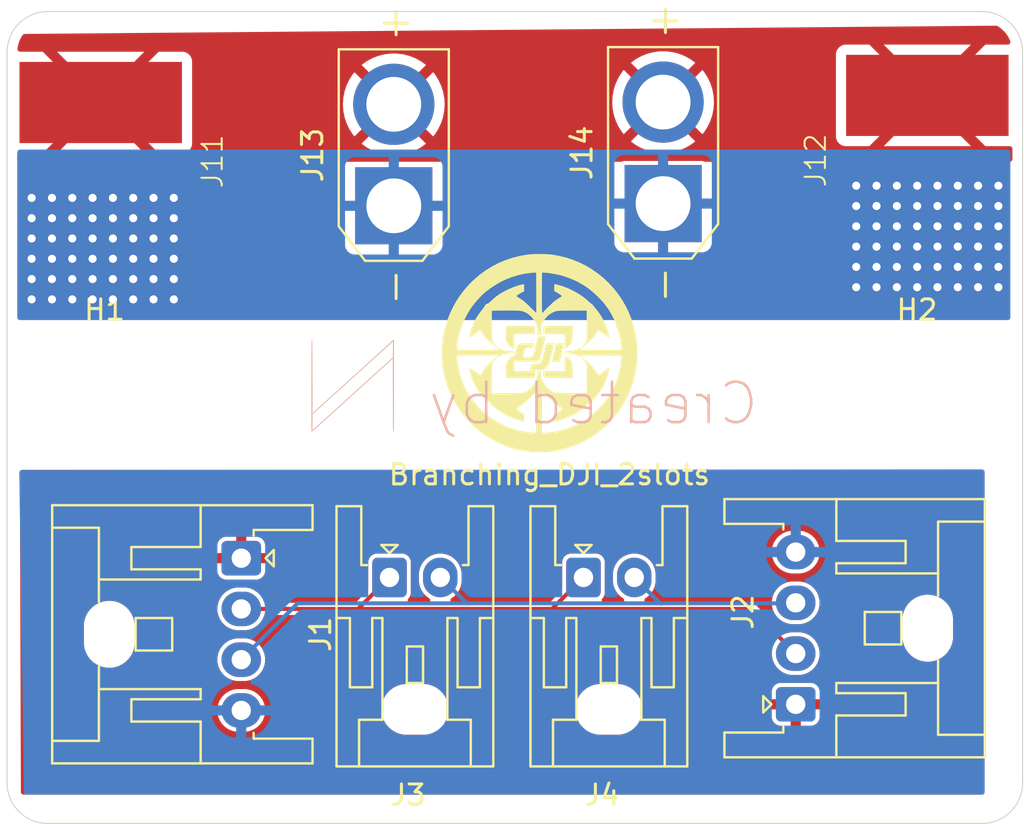
<source format=kicad_pcb>
(kicad_pcb (version 20240108) (generator "pcbnew") (generator_version "8.0")
  (layers (0 "F.Cu" signal) (31 "B.Cu" signal) (34 "B.Paste" user) (35 "F.Paste" user) (36 "B.SilkS" user "B.Silkscreen") (37 "F.SilkS" user "F.Silkscreen") (38 "B.Mask" user) (39 "F.Mask" user) (44 "Edge.Cuts" user))
  (net 0 "")
  (net 1 "/CANL")
  (net 2 "/CANH")
  (net 3 "/+")
  (net 4 "/-")
  (net 5 "+5V")
  (net 6 "GND")
  (footprint "RobotClub_footprint:xt60" (layer "F.Cu") (at 80.41 58.58 90)
    (property "Reference" "J11" (at 0.1 5.5 90) (layer "F.SilkS") (effects (font (thickness 0.1))))
    (property "Value" "Conn_01x02_Socket")
    (pad "1 GNDA" smd rect (at -4 0 90) (size 6 8) (layers "F.Cu" "F.Paste" "F.Mask") (net 4 "/-"))
    (pad "2 vcc" smd rect (at 3 0 90) (size 4 8) (layers "F.Cu" "F.Paste" "F.Mask") (net 3 "/+"))
  )
  (footprint "Connector_JST:JST_XA_S04B-XASK-1_1x04_P2.50mm_Horizontal" (layer "F.Cu") (at 87.33 78.03 -90)
    (property "Reference" "J1" (at 3.75 -3.9 90) (layer "F.SilkS"))
    (property "Value" "Conn_01x04_Socket")
    (pad "" np_thru_hole oval (at 3.75 6.5 270) (size 2.8 2) (drill oval 2.8 2) (layers "*.Cu" "*.Mask"))
    (pad "1" thru_hole roundrect (at 0 0 270) (size 1.7 1.95) (drill 0.95) (layers "*.Cu" "*.Mask") (roundrect_rratio 0.147059) (net 5 "+5V"))
    (pad "2" thru_hole oval (at 2.5 0 270) (size 1.7 1.95) (drill 0.95) (layers "*.Cu" "*.Mask") (net 2 "/CANH"))
    (pad "3" thru_hole oval (at 5 0 270) (size 1.7 1.95) (drill 0.95) (layers "*.Cu" "*.Mask") (net 1 "/CANL"))
    (pad "4" thru_hole oval (at 7.5 0 270) (size 1.7 1.95) (drill 0.95) (layers "*.Cu" "*.Mask") (net 6 "GND"))
  )
  (footprint "Connector_JST:JST_XA_S02B-XASK-1_1x02_P2.50mm_Horizontal" (layer "F.Cu") (at 94.63 78.98)
    (property "Reference" "J3" (at 0.92 10.72 0) (layer "F.SilkS"))
    (property "Value" "Conn_01x02_Socket")
    (pad "" np_thru_hole oval (at 1.25 6.5) (size 2.8 2) (drill oval 2.8 2) (layers "*.Cu" "*.Mask"))
    (pad "1" thru_hole roundrect (at 0 0) (size 1.7 1.95) (drill 0.95) (layers "*.Cu" "*.Mask") (roundrect_rratio 0.147059) (net 2 "/CANH"))
    (pad "2" thru_hole oval (at 2.5 0) (size 1.7 1.95) (drill 0.95) (layers "*.Cu" "*.Mask") (net 1 "/CANL"))
  )
  (footprint "Connector_JST:JST_XA_S02B-XASK-1_1x02_P2.50mm_Horizontal" (layer "F.Cu") (at 104.18 78.98)
    (property "Reference" "J4" (at 0.92 10.72 0) (layer "F.SilkS"))
    (property "Value" "Conn_01x02_Socket")
    (pad "" np_thru_hole oval (at 1.25 6.5) (size 2.8 2) (drill oval 2.8 2) (layers "*.Cu" "*.Mask"))
    (pad "1" thru_hole roundrect (at 0 0) (size 1.7 1.95) (drill 0.95) (layers "*.Cu" "*.Mask") (roundrect_rratio 0.147059) (net 2 "/CANH"))
    (pad "2" thru_hole oval (at 2.5 0) (size 1.7 1.95) (drill 0.95) (layers "*.Cu" "*.Mask") (net 1 "/CANL"))
  )
  (footprint "Narii設計:DJI 4分岐回路 ロゴ" (layer "F.Cu") (at 102.02 67.914184)
    (property "Reference" "G***" (hide yes))
    (property "Value" "LOGO" (hide yes))
  )
  (footprint "Connector_AMASS:AMASS_XT30U-F_1x02_P5.0mm_Vertical" (layer "F.Cu") (at 108.1 60.56 90)
    (property "Reference" "J14" (at 2.5 -4 -90) (layer "F.SilkS"))
    (property "Value" "Conn_01x02_Socket")
    (fp_text user "+" (at 9 0 -90) (layer "F.SilkS") (effects (font (size 1.5 1.5))))
    (fp_text user "-" (at -4 0 -90) (layer "F.SilkS") (effects (font (size 1.5 1.5))))
    (pad "1" thru_hole rect (at 0 0 90) (size 3.8 3.8) (drill 2.7) (layers "*.Cu" "*.Mask") (net 4 "/-"))
    (pad "2" thru_hole circle (at 5 0 90) (size 4 4) (drill 2.7) (layers "*.Cu" "*.Mask") (net 3 "/+"))
  )
  (footprint "Connector_AMASS:AMASS_XT30U-F_1x02_P5.0mm_Vertical" (layer "F.Cu") (at 94.84 60.67 90)
    (property "Reference" "J13" (at 2.5 -4 -90) (layer "F.SilkS"))
    (property "Value" "Conn_01x02_Socket")
    (fp_text user "+" (at 9 0 -90) (layer "F.SilkS") (effects (font (size 1.5 1.5))))
    (fp_text user "-" (at -4 0 -90) (layer "F.SilkS") (effects (font (size 1.5 1.5))))
    (pad "1" thru_hole rect (at 0 0 90) (size 3.8 3.8) (drill 2.7) (layers "*.Cu" "*.Mask") (net 4 "/-"))
    (pad "2" thru_hole circle (at 5 0 90) (size 4 4) (drill 2.7) (layers "*.Cu" "*.Mask") (net 3 "/+"))
  )
  (footprint "MountingHole:MountingHole_3.2mm_M3" (layer "F.Cu") (at 120.6 70)
    (property "Reference" "H2" (at 0 -4.2 0) (layer "F.SilkS"))
    (property "Value" "MountingHole")
    (pad "" np_thru_hole circle (at 0 0) (size 3.2 3.2) (drill 3.2) (layers "*.Cu" "*.Mask"))
  )
  (footprint "RobotClub_footprint:xt60" (layer "F.Cu") (at 121.11 58.23 90)
    (property "Reference" "J12" (at -0.2 -5.5 90) (layer "F.SilkS") (effects (font (thickness 0.1))))
    (property "Value" "Conn_01x02_Socket")
    (pad "1 GNDA" smd rect (at -4 0 90) (size 6 8) (layers "F.Cu" "F.Paste" "F.Mask") (net 4 "/-"))
    (pad "2 vcc" smd rect (at 3 0 90) (size 4 8) (layers "F.Cu" "F.Paste" "F.Mask") (net 3 "/+"))
  )
  (footprint "Connector_JST:JST_XA_S04B-XASK-1_1x04_P2.50mm_Horizontal" (layer "F.Cu") (at 114.63 85.23 90)
    (property "Reference" "J2" (at 4.55 -2.6 -90) (layer "F.SilkS"))
    (property "Value" "Conn_01x04_Socket")
    (pad "" np_thru_hole oval (at 3.75 6.5 90) (size 2.8 2) (drill oval 2.8 2) (layers "*.Cu" "*.Mask"))
    (pad "1" thru_hole roundrect (at 0 0 90) (size 1.7 1.95) (drill 0.95) (layers "*.Cu" "*.Mask") (roundrect_rratio 0.147059) (net 5 "+5V"))
    (pad "2" thru_hole oval (at 2.5 0 90) (size 1.7 1.95) (drill 0.95) (layers "*.Cu" "*.Mask") (net 2 "/CANH"))
    (pad "3" thru_hole oval (at 5 0 90) (size 1.7 1.95) (drill 0.95) (layers "*.Cu" "*.Mask") (net 1 "/CANL"))
    (pad "4" thru_hole oval (at 7.5 0 90) (size 1.7 1.95) (drill 0.95) (layers "*.Cu" "*.Mask") (net 6 "GND"))
  )
  (footprint "MountingHole:MountingHole_3.2mm_M3" (layer "F.Cu") (at 80.6 70)
    (property "Reference" "H1" (at 0 -4.2 0) (layer "F.SilkS"))
    (property "Value" "MountingHole")
    (pad "" np_thru_hole circle (at 0 0) (size 3.2 3.2) (drill 3.2) (layers "*.Cu" "*.Mask"))
  )
  (footprint "Narii設計:ロゴ 2年" (layer "B.Cu") (at 92.87 69.5 180)
    (property "Reference" "G***" (hide yes))
    (property "Value" "LOGO" (hide yes))
  )
  (gr_line (start 75.8 53.1) (end 75.8 89.1) (stroke (width 0.05)) (layer "Edge.Cuts"))
  (gr_arc (start 77.8 91.1) (mid 76.385786 90.514214) (end 75.8 89.1) (stroke (width 0.05)) (layer "Edge.Cuts"))
  (gr_arc (start 75.8 53.1) (mid 76.385786 51.685786) (end 77.8 51.1) (stroke (width 0.05)) (layer "Edge.Cuts"))
  (gr_line (start 77.8 91.1) (end 123.8 91.1) (stroke (width 0.05)) (layer "Edge.Cuts"))
  (gr_line (start 125.8 89.1) (end 125.8 53.1) (stroke (width 0.05)) (layer "Edge.Cuts"))
  (gr_arc (start 123.8 51.1) (mid 125.214214 51.685786) (end 125.8 53.1) (stroke (width 0.05)) (layer "Edge.Cuts"))
  (gr_line (start 123.8 51.1) (end 77.8 51.1) (stroke (width 0.05)) (layer "Edge.Cuts"))
  (gr_arc (start 125.8 89.1) (mid 125.214214 90.514214) (end 123.8 91.1) (stroke (width 0.05)) (layer "Edge.Cuts"))
  (gr_text "Created by" (at 112.9 71.58 0) (layer "B.SilkS") (effects (font (size 2 2) (thickness 0.125)) (justify left bottom mirror)))
  (gr_text "Branching_DJI_2slots" (at 94.5 74.5 0) (layer "F.SilkS") (effects (font (size 1 1)) (justify left bottom)))
  (segment (start 107.955 80.255) (end 108.03 80.255) (width 0.2) (layer "B.Cu") (net 1))
  (segment (start 90.105 80.255) (end 87.33 83.03) (width 0.2) (layer "B.Cu") (net 1))
  (segment (start 114.605 80.255) (end 108.03 80.255) (width 0.2) (layer "B.Cu") (net 1))
  (segment (start 108.03 80.255) (end 98.43 80.255) (width 0.2) (layer "B.Cu") (net 1))
  (segment (start 98.43 80.255) (end 90.105 80.255) (width 0.2) (layer "B.Cu") (net 1))
  (segment (start 97.13 78.98) (end 97.155 78.98) (width 0.2) (layer "B.Cu") (net 1))
  (segment (start 97.155 78.98) (end 98.43 80.255) (width 0.2) (layer "B.Cu") (net 1))
  (segment (start 114.63 80.23) (end 114.605 80.255) (width 0.2) (layer "B.Cu") (net 1))
  (segment (start 106.68 78.98) (end 107.955 80.255) (width 0.2) (layer "B.Cu") (net 1))
  (segment (start 104.18 78.98) (end 102.63 80.53) (width 0.2) (layer "F.Cu") (net 2))
  (segment (start 87.33 80.53) (end 112.43 80.53) (width 0.2) (layer "F.Cu") (net 2))
  (segment (start 94.63 78.98) (end 93.08 80.53) (width 0.2) (layer "F.Cu") (net 2))
  (segment (start 112.43 80.53) (end 114.63 82.73) (width 0.2) (layer "F.Cu") (net 2))
  (segment (start 87.33 80.68) (end 87.43 80.68) (width 0.2) (layer "F.Cu") (net 2))
  (via (at 81.01 64.28) (size 1) (drill 0.4) (layers "F.Cu" "B.Cu") (net 4))
  (via (at 122.61 61.68) (size 1) (drill 0.4) (layers "F.Cu" "B.Cu") (net 4))
  (via (at 83.01 60.28) (size 1) (drill 0.4) (layers "F.Cu" "B.Cu") (net 4))
  (via (at 77.01 62.28) (size 1) (drill 0.4) (layers "F.Cu" "B.Cu") (net 4))
  (via (at 79.01 65.28) (size 1) (drill 0.4) (layers "F.Cu" "B.Cu") (net 4))
  (via (at 124.61 62.68) (size 1) (drill 0.4) (layers "F.Cu" "B.Cu") (net 4))
  (via (at 120.61 63.68) (size 1) (drill 0.4) (layers "F.Cu" "B.Cu") (net 4))
  (via (at 83.01 63.28) (size 1) (drill 0.4) (layers "F.Cu" "B.Cu") (net 4))
  (via (at 82.01 61.28) (size 1) (drill 0.4) (layers "F.Cu" "B.Cu") (net 4))
  (via (at 124.61 63.68) (size 1) (drill 0.4) (layers "F.Cu" "B.Cu") (net 4))
  (via (at 78.01 62.28) (size 1) (drill 0.4) (layers "F.Cu" "B.Cu") (net 4))
  (via (at 80.01 60.28) (size 1) (drill 0.4) (layers "F.Cu" "B.Cu") (net 4))
  (via (at 119.61 64.68) (size 1) (drill 0.4) (layers "F.Cu" "B.Cu") (net 4))
  (via (at 82.01 60.28) (size 1) (drill 0.4) (layers "F.Cu" "B.Cu") (net 4))
  (via (at 80.01 65.28) (size 1) (drill 0.4) (layers "F.Cu" "B.Cu") (net 4))
  (via (at 120.61 59.68) (size 1) (drill 0.4) (layers "F.Cu" "B.Cu") (net 4))
  (via (at 80.01 63.28) (size 1) (drill 0.4) (layers "F.Cu" "B.Cu") (net 4))
  (via (at 123.61 62.68) (size 1) (drill 0.4) (layers "F.Cu" "B.Cu") (net 4))
  (via (at 122.61 59.68) (size 1) (drill 0.4) (layers "F.Cu" "B.Cu") (net 4))
  (via (at 79.01 63.28) (size 1) (drill 0.4) (layers "F.Cu" "B.Cu") (net 4))
  (via (at 117.61 63.68) (size 1) (drill 0.4) (layers "F.Cu" "B.Cu") (net 4))
  (via (at 78.01 60.28) (size 1) (drill 0.4) (layers "F.Cu" "B.Cu") (net 4))
  (via (at 82.01 64.28) (size 1) (drill 0.4) (layers "F.Cu" "B.Cu") (net 4))
  (via (at 118.61 64.68) (size 1) (drill 0.4) (layers "F.Cu" "B.Cu") (net 4))
  (via (at 124.61 64.68) (size 1) (drill 0.4) (layers "F.Cu" "B.Cu") (net 4))
  (via (at 122.61 62.68) (size 1) (drill 0.4) (layers "F.Cu" "B.Cu") (net 4))
  (via (at 83.01 61.28) (size 1) (drill 0.4) (layers "F.Cu" "B.Cu") (net 4))
  (via (at 77.01 60.28) (size 1) (drill 0.4) (layers "F.Cu" "B.Cu") (net 4))
  (via (at 123.61 61.68) (size 1) (drill 0.4) (layers "F.Cu" "B.Cu") (net 4))
  (via (at 78.01 61.28) (size 1) (drill 0.4) (layers "F.Cu" "B.Cu") (net 4))
  (via (at 78.01 65.28) (size 1) (drill 0.4) (layers "F.Cu" "B.Cu") (net 4))
  (via (at 81.01 62.28) (size 1) (drill 0.4) (layers "F.Cu" "B.Cu") (net 4))
  (via (at 82.01 65.28) (size 1) (drill 0.4) (layers "F.Cu" "B.Cu") (net 4))
  (via (at 80.01 61.28) (size 1) (drill 0.4) (layers "F.Cu" "B.Cu") (net 4))
  (via (at 120.61 62.68) (size 1) (drill 0.4) (layers "F.Cu" "B.Cu") (net 4))
  (via (at 117.61 62.68) (size 1) (drill 0.4) (layers "F.Cu" "B.Cu") (net 4))
  (via (at 117.61 64.68) (size 1) (drill 0.4) (layers "F.Cu" "B.Cu") (net 4))
  (via (at 83.01 62.28) (size 1) (drill 0.4) (layers "F.Cu" "B.Cu") (net 4))
  (via (at 121.61 62.68) (size 1) (drill 0.4) (layers "F.Cu" "B.Cu") (net 4))
  (via (at 120.61 61.68) (size 1) (drill 0.4) (layers "F.Cu" "B.Cu") (net 4))
  (via (at 121.61 60.68) (size 1) (drill 0.4) (layers "F.Cu" "B.Cu") (net 4))
  (via (at 79.01 60.28) (size 1) (drill 0.4) (layers "F.Cu" "B.Cu") (net 4))
  (via (at 121.61 61.68) (size 1) (drill 0.4) (layers "F.Cu" "B.Cu") (net 4))
  (via (at 78.01 63.28) (size 1) (drill 0.4) (layers "F.Cu" "B.Cu") (net 4))
  (via (at 117.61 61.68) (size 1) (drill 0.4) (layers "F.Cu" "B.Cu") (net 4))
  (via (at 120.61 64.68) (size 1) (drill 0.4) (layers "F.Cu" "B.Cu") (net 4))
  (via (at 84.01 62.28) (size 1) (drill 0.4) (layers "F.Cu" "B.Cu") (net 4))
  (via (at 123.61 64.68) (size 1) (drill 0.4) (layers "F.Cu" "B.Cu") (net 4))
  (via (at 122.61 60.68) (size 1) (drill 0.4) (layers "F.Cu" "B.Cu") (net 4))
  (via (at 119.61 62.68) (size 1) (drill 0.4) (layers "F.Cu" "B.Cu") (net 4))
  (via (at 79.01 64.28) (size 1) (drill 0.4) (layers "F.Cu" "B.Cu") (net 4))
  (via (at 118.61 59.68) (size 1) (drill 0.4) (layers "F.Cu" "B.Cu") (net 4))
  (via (at 123.61 59.68) (size 1) (drill 0.4) (layers "F.Cu" "B.Cu") (net 4))
  (via (at 84.01 65.28) (size 1) (drill 0.4) (layers "F.Cu" "B.Cu") (net 4))
  (via (at 77.01 65.28) (size 1) (drill 0.4) (layers "F.Cu" "B.Cu") (net 4))
  (via (at 77.01 61.28) (size 1) (drill 0.4) (layers "F.Cu" "B.Cu") (net 4))
  (via (at 84.01 61.28) (size 1) (drill 0.4) (layers "F.Cu" "B.Cu") (net 4))
  (via (at 81.01 63.28) (size 1) (drill 0.4) (layers "F.Cu" "B.Cu") (net 4))
  (via (at 124.61 61.68) (size 1) (drill 0.4) (layers "F.Cu" "B.Cu") (net 4))
  (via (at 80.01 64.28) (size 1) (drill 0.4) (layers "F.Cu" "B.Cu") (net 4))
  (via (at 121.61 64.68) (size 1) (drill 0.4) (layers "F.Cu" "B.Cu") (net 4))
  (via (at 121.61 59.68) (size 1) (drill 0.4) (layers "F.Cu" "B.Cu") (net 4))
  (via (at 122.61 63.68) (size 1) (drill 0.4) (layers "F.Cu" "B.Cu") (net 4))
  (via (at 79.01 62.28) (size 1) (drill 0.4) (layers "F.Cu" "B.Cu") (net 4))
  (via (at 119.61 60.68) (size 1) (drill 0.4) (layers "F.Cu" "B.Cu") (net 4))
  (via (at 118.61 62.68) (size 1) (drill 0.4) (layers "F.Cu" "B.Cu") (net 4))
  (via (at 122.61 64.68) (size 1) (drill 0.4) (layers "F.Cu" "B.Cu") (net 4))
  (via (at 81.01 60.28) (size 1) (drill 0.4) (layers "F.Cu" "B.Cu") (net 4))
  (via (at 80.01 62.28) (size 1) (drill 0.4) (layers "F.Cu" "B.Cu") (net 4))
  (via (at 81.01 65.28) (size 1) (drill 0.4) (layers "F.Cu" "B.Cu") (net 4))
  (via (at 118.61 60.68) (size 1) (drill 0.4) (layers "F.Cu" "B.Cu") (net 4))
  (via (at 79.01 61.28) (size 1) (drill 0.4) (layers "F.Cu" "B.Cu") (net 4))
  (via (at 78.01 64.28) (size 1) (drill 0.4) (layers "F.Cu" "B.Cu") (net 4))
  (via (at 117.61 60.68) (size 1) (drill 0.4) (layers "F.Cu" "B.Cu") (net 4))
  (via (at 117.61 59.68) (size 1) (drill 0.4) (layers "F.Cu" "B.Cu") (net 4))
  (via (at 119.61 61.68) (size 1) (drill 0.4) (layers "F.Cu" "B.Cu") (net 4))
  (via (at 124.61 59.68) (size 1) (drill 0.4) (layers "F.Cu" "B.Cu") (net 4))
  (via (at 119.61 59.68) (size 1) (drill 0.4) (layers "F.Cu" "B.Cu") (net 4))
  (via (at 81.01 61.28) (size 1) (drill 0.4) (layers "F.Cu" "B.Cu") (net 4))
  (via (at 123.61 63.68) (size 1) (drill 0.4) (layers "F.Cu" "B.Cu") (net 4))
  (via (at 121.61 63.68) (size 1) (drill 0.4) (layers "F.Cu" "B.Cu") (net 4))
  (via (at 77.01 64.28) (size 1) (drill 0.4) (layers "F.Cu" "B.Cu") (net 4))
  (via (at 84.01 63.28) (size 1) (drill 0.4) (layers "F.Cu" "B.Cu") (net 4))
  (via (at 123.61 60.68) (size 1) (drill 0.4) (layers "F.Cu" "B.Cu") (net 4))
  (via (at 83.01 65.28) (size 1) (drill 0.4) (layers "F.Cu" "B.Cu") (net 4))
  (via (at 124.61 60.68) (size 1) (drill 0.4) (layers "F.Cu" "B.Cu") (net 4))
  (via (at 84.01 64.28) (size 1) (drill 0.4) (layers "F.Cu" "B.Cu") (net 4))
  (via (at 82.01 62.28) (size 1) (drill 0.4) (layers "F.Cu" "B.Cu") (net 4))
  (via (at 120.61 60.68) (size 1) (drill 0.4) (layers "F.Cu" "B.Cu") (net 4))
  (via (at 82.01 63.28) (size 1) (drill 0.4) (layers "F.Cu" "B.Cu") (net 4))
  (via (at 118.61 63.68) (size 1) (drill 0.4) (layers "F.Cu" "B.Cu") (net 4))
  (via (at 118.61 61.68) (size 1) (drill 0.4) (layers "F.Cu" "B.Cu") (net 4))
  (via (at 119.61 63.68) (size 1) (drill 0.4) (layers "F.Cu" "B.Cu") (net 4))
  (via (at 83.01 64.28) (size 1) (drill 0.4) (layers "F.Cu" "B.Cu") (net 4))
  (via (at 77.01 63.28) (size 1) (drill 0.4) (layers "F.Cu" "B.Cu") (net 4))
  (via (at 84.01 60.28) (size 1) (drill 0.4) (layers "F.Cu" "B.Cu") (net 4))
  (segment (start 87.28 78.23) (end 87.33 78.18) (width 0.2) (layer "F.Cu") (net 5))
  (segment (start 115.28 77.88) (end 114.63 77.88) (width 0.2) (layer "F.Cu") (net 6))
  (zone (net 3) (net_name "/+") (layer "F.Cu") (connect_pads (clearance 0)) (min_thickness 0.25) (fill yes (thermal_gap 0.5) (thermal_bridge_width 0.5))
    (polygon (pts (xy 125.36 51.78845) (xy 125.36 58.5) (xy 76.21 58.5) (xy 76.21 52.20586)))
  )
  (zone (net 5) (net_name "+5V") (layer "F.Cu") (priority 2) (connect_pads (clearance 0)) (min_thickness 0.25) (fill yes (thermal_gap 0.5) (thermal_bridge_width 0.5))
    (polygon (pts (xy 123.93 73.68) (xy 76.43 73.68) (xy 76.48 89.68) (xy 123.93 89.68)))
  )
  (zone (net 6) (net_name "GND") (layer "B.Cu") (priority 3) (connect_pads (clearance 0)) (min_thickness 0.25) (fill yes (thermal_gap 0.5) (thermal_bridge_width 0.5))
    (polygon (pts (xy 123.93 89.68) (xy 123.93 73.68) (xy 123.905 73.655) (xy 76.399361 73.685639) (xy 76.63 89.68)))
  )
  (zone (net 4) (net_name "/-") (layer "B.Cu") (priority 1) (connect_pads (clearance 0)) (min_thickness 0.25) (fill yes (thermal_gap 0.5) (thermal_bridge_width 0.5))
    (polygon (pts (xy 125.2 66.3) (xy 125.2 57.9) (xy 76.23 57.9) (xy 76.23 66.3)))
  )
)
</source>
